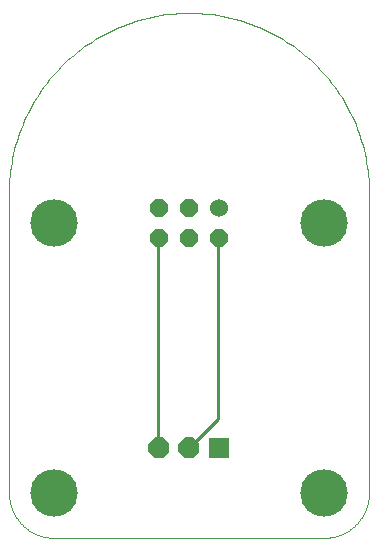
<source format=gtl>
G75*
%MOIN*%
%OFA0B0*%
%FSLAX25Y25*%
%IPPOS*%
%LPD*%
%AMOC8*
5,1,8,0,0,1.08239X$1,22.5*
%
%ADD10C,0.06000*%
%ADD11OC8,0.06000*%
%ADD12C,0.15811*%
%ADD13C,0.00000*%
%ADD14OC8,0.07000*%
%ADD15R,0.07000X0.07000*%
%ADD16C,0.01000*%
D10*
X0074000Y0111500D03*
D11*
X0074000Y0101500D03*
X0064000Y0101500D03*
X0064000Y0111500D03*
X0054000Y0111500D03*
X0054000Y0101500D03*
D12*
X0019000Y0106500D03*
X0019000Y0016500D03*
X0109000Y0016500D03*
X0109000Y0106500D03*
D13*
X0004000Y0116500D02*
X0004000Y0016500D01*
X0004004Y0016138D01*
X0004018Y0015775D01*
X0004039Y0015413D01*
X0004070Y0015052D01*
X0004109Y0014692D01*
X0004157Y0014333D01*
X0004214Y0013975D01*
X0004279Y0013618D01*
X0004353Y0013263D01*
X0004436Y0012910D01*
X0004527Y0012559D01*
X0004626Y0012211D01*
X0004734Y0011865D01*
X0004850Y0011521D01*
X0004975Y0011181D01*
X0005107Y0010844D01*
X0005248Y0010510D01*
X0005397Y0010179D01*
X0005554Y0009852D01*
X0005718Y0009529D01*
X0005890Y0009210D01*
X0006070Y0008896D01*
X0006258Y0008585D01*
X0006453Y0008280D01*
X0006655Y0007979D01*
X0006865Y0007683D01*
X0007081Y0007393D01*
X0007305Y0007107D01*
X0007535Y0006827D01*
X0007772Y0006553D01*
X0008016Y0006285D01*
X0008266Y0006022D01*
X0008522Y0005766D01*
X0008785Y0005516D01*
X0009053Y0005272D01*
X0009327Y0005035D01*
X0009607Y0004805D01*
X0009893Y0004581D01*
X0010183Y0004365D01*
X0010479Y0004155D01*
X0010780Y0003953D01*
X0011085Y0003758D01*
X0011396Y0003570D01*
X0011710Y0003390D01*
X0012029Y0003218D01*
X0012352Y0003054D01*
X0012679Y0002897D01*
X0013010Y0002748D01*
X0013344Y0002607D01*
X0013681Y0002475D01*
X0014021Y0002350D01*
X0014365Y0002234D01*
X0014711Y0002126D01*
X0015059Y0002027D01*
X0015410Y0001936D01*
X0015763Y0001853D01*
X0016118Y0001779D01*
X0016475Y0001714D01*
X0016833Y0001657D01*
X0017192Y0001609D01*
X0017552Y0001570D01*
X0017913Y0001539D01*
X0018275Y0001518D01*
X0018638Y0001504D01*
X0019000Y0001500D01*
X0109000Y0001500D01*
X0109362Y0001504D01*
X0109725Y0001518D01*
X0110087Y0001539D01*
X0110448Y0001570D01*
X0110808Y0001609D01*
X0111167Y0001657D01*
X0111525Y0001714D01*
X0111882Y0001779D01*
X0112237Y0001853D01*
X0112590Y0001936D01*
X0112941Y0002027D01*
X0113289Y0002126D01*
X0113635Y0002234D01*
X0113979Y0002350D01*
X0114319Y0002475D01*
X0114656Y0002607D01*
X0114990Y0002748D01*
X0115321Y0002897D01*
X0115648Y0003054D01*
X0115971Y0003218D01*
X0116290Y0003390D01*
X0116604Y0003570D01*
X0116915Y0003758D01*
X0117220Y0003953D01*
X0117521Y0004155D01*
X0117817Y0004365D01*
X0118107Y0004581D01*
X0118393Y0004805D01*
X0118673Y0005035D01*
X0118947Y0005272D01*
X0119215Y0005516D01*
X0119478Y0005766D01*
X0119734Y0006022D01*
X0119984Y0006285D01*
X0120228Y0006553D01*
X0120465Y0006827D01*
X0120695Y0007107D01*
X0120919Y0007393D01*
X0121135Y0007683D01*
X0121345Y0007979D01*
X0121547Y0008280D01*
X0121742Y0008585D01*
X0121930Y0008896D01*
X0122110Y0009210D01*
X0122282Y0009529D01*
X0122446Y0009852D01*
X0122603Y0010179D01*
X0122752Y0010510D01*
X0122893Y0010844D01*
X0123025Y0011181D01*
X0123150Y0011521D01*
X0123266Y0011865D01*
X0123374Y0012211D01*
X0123473Y0012559D01*
X0123564Y0012910D01*
X0123647Y0013263D01*
X0123721Y0013618D01*
X0123786Y0013975D01*
X0123843Y0014333D01*
X0123891Y0014692D01*
X0123930Y0015052D01*
X0123961Y0015413D01*
X0123982Y0015775D01*
X0123996Y0016138D01*
X0124000Y0016500D01*
X0124000Y0116500D01*
X0123982Y0117961D01*
X0123929Y0119421D01*
X0123840Y0120880D01*
X0123716Y0122336D01*
X0123556Y0123788D01*
X0123361Y0125236D01*
X0123130Y0126679D01*
X0122865Y0128116D01*
X0122565Y0129546D01*
X0122230Y0130968D01*
X0121860Y0132382D01*
X0121456Y0133786D01*
X0121018Y0135180D01*
X0120546Y0136563D01*
X0120041Y0137934D01*
X0119502Y0139292D01*
X0118931Y0140637D01*
X0118327Y0141967D01*
X0117691Y0143283D01*
X0117023Y0144582D01*
X0116323Y0145865D01*
X0115592Y0147130D01*
X0114831Y0148378D01*
X0114040Y0149606D01*
X0113219Y0150815D01*
X0112369Y0152003D01*
X0111490Y0153170D01*
X0110583Y0154316D01*
X0109648Y0155439D01*
X0108686Y0156539D01*
X0107698Y0157615D01*
X0106684Y0158667D01*
X0105644Y0159694D01*
X0104580Y0160695D01*
X0103492Y0161671D01*
X0102380Y0162619D01*
X0101246Y0163540D01*
X0100089Y0164433D01*
X0098912Y0165297D01*
X0097713Y0166133D01*
X0096494Y0166939D01*
X0095256Y0167716D01*
X0094000Y0168462D01*
X0092726Y0169177D01*
X0091435Y0169861D01*
X0090127Y0170513D01*
X0088804Y0171133D01*
X0087466Y0171721D01*
X0086115Y0172276D01*
X0084750Y0172798D01*
X0083373Y0173286D01*
X0081984Y0173741D01*
X0080585Y0174162D01*
X0079176Y0174549D01*
X0077758Y0174901D01*
X0076332Y0175219D01*
X0074898Y0175502D01*
X0073458Y0175750D01*
X0072013Y0175963D01*
X0070562Y0176140D01*
X0069108Y0176282D01*
X0067651Y0176389D01*
X0066191Y0176460D01*
X0064731Y0176496D01*
X0063269Y0176496D01*
X0061809Y0176460D01*
X0060349Y0176389D01*
X0058892Y0176282D01*
X0057438Y0176140D01*
X0055987Y0175963D01*
X0054542Y0175750D01*
X0053102Y0175502D01*
X0051668Y0175219D01*
X0050242Y0174901D01*
X0048824Y0174549D01*
X0047415Y0174162D01*
X0046016Y0173741D01*
X0044627Y0173286D01*
X0043250Y0172798D01*
X0041885Y0172276D01*
X0040534Y0171721D01*
X0039196Y0171133D01*
X0037873Y0170513D01*
X0036565Y0169861D01*
X0035274Y0169177D01*
X0034000Y0168462D01*
X0032744Y0167716D01*
X0031506Y0166939D01*
X0030287Y0166133D01*
X0029088Y0165297D01*
X0027911Y0164433D01*
X0026754Y0163540D01*
X0025620Y0162619D01*
X0024508Y0161671D01*
X0023420Y0160695D01*
X0022356Y0159694D01*
X0021316Y0158667D01*
X0020302Y0157615D01*
X0019314Y0156539D01*
X0018352Y0155439D01*
X0017417Y0154316D01*
X0016510Y0153170D01*
X0015631Y0152003D01*
X0014781Y0150815D01*
X0013960Y0149606D01*
X0013169Y0148378D01*
X0012408Y0147130D01*
X0011677Y0145865D01*
X0010977Y0144582D01*
X0010309Y0143283D01*
X0009673Y0141967D01*
X0009069Y0140637D01*
X0008498Y0139292D01*
X0007959Y0137934D01*
X0007454Y0136563D01*
X0006982Y0135180D01*
X0006544Y0133786D01*
X0006140Y0132382D01*
X0005770Y0130968D01*
X0005435Y0129546D01*
X0005135Y0128116D01*
X0004870Y0126679D01*
X0004639Y0125236D01*
X0004444Y0123788D01*
X0004284Y0122336D01*
X0004160Y0120880D01*
X0004071Y0119421D01*
X0004018Y0117961D01*
X0004000Y0116500D01*
D14*
X0054000Y0031500D03*
X0064000Y0031500D03*
D15*
X0074000Y0031500D03*
D16*
X0073600Y0041100D02*
X0064000Y0031500D01*
X0073600Y0041100D02*
X0073600Y0101400D01*
X0074000Y0101500D01*
X0054000Y0101500D02*
X0053800Y0101400D01*
X0053800Y0032100D01*
X0054000Y0031500D01*
M02*

</source>
